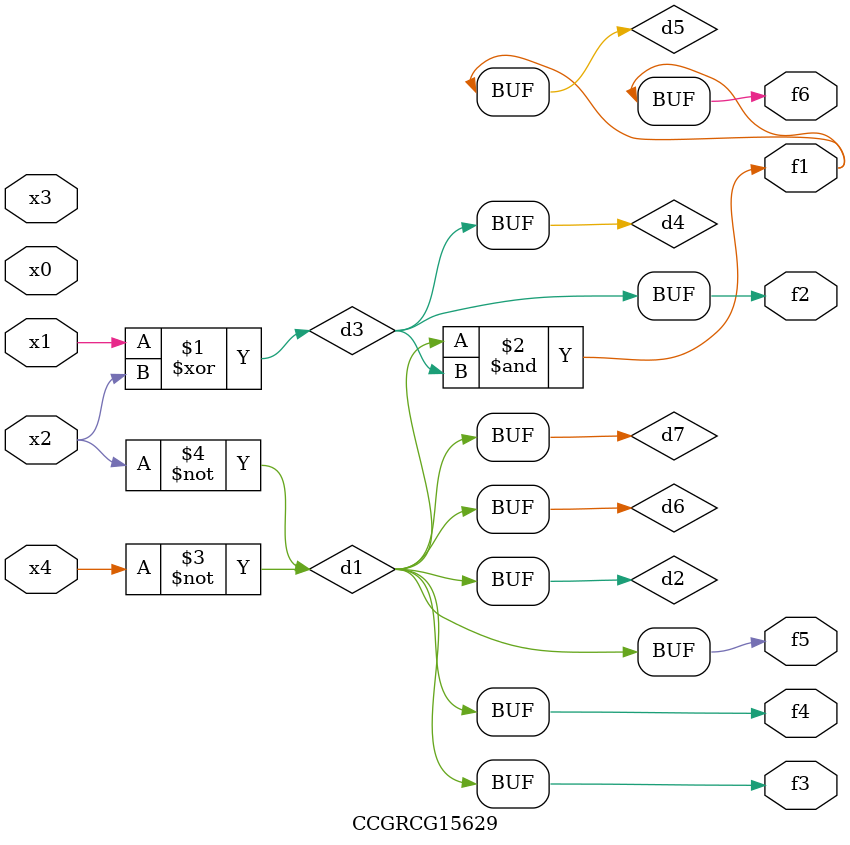
<source format=v>
module CCGRCG15629(
	input x0, x1, x2, x3, x4,
	output f1, f2, f3, f4, f5, f6
);

	wire d1, d2, d3, d4, d5, d6, d7;

	not (d1, x4);
	not (d2, x2);
	xor (d3, x1, x2);
	buf (d4, d3);
	and (d5, d1, d3);
	buf (d6, d1, d2);
	buf (d7, d2);
	assign f1 = d5;
	assign f2 = d4;
	assign f3 = d7;
	assign f4 = d7;
	assign f5 = d7;
	assign f6 = d5;
endmodule

</source>
